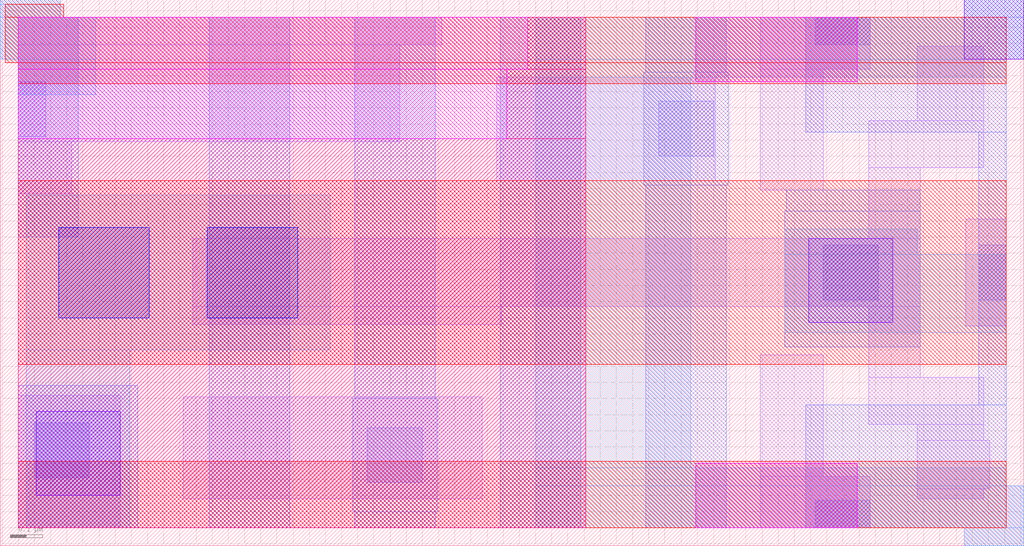
<source format=lef>
# Copyright 2020 The SkyWater PDK Authors
#
# Licensed under the Apache License, Version 2.0 (the "License");
# you may not use this file except in compliance with the License.
# You may obtain a copy of the License at
#
#     https://www.apache.org/licenses/LICENSE-2.0
#
# Unless required by applicable law or agreed to in writing, software
# distributed under the License is distributed on an "AS IS" BASIS,
# WITHOUT WARRANTIES OR CONDITIONS OF ANY KIND, either express or implied.
# See the License for the specific language governing permissions and
# limitations under the License.
#
# SPDX-License-Identifier: Apache-2.0

VERSION 5.7 ;
  NOWIREEXTENSIONATPIN ON ;
  DIVIDERCHAR "/" ;
  BUSBITCHARS "[]" ;
MACRO sky130_fd_bd_sram__sram_dp_swldrv_opt4c
  CLASS BLOCK ;
  FOREIGN sky130_fd_bd_sram__sram_dp_swldrv_opt4c ;
  ORIGIN  0.055000  0.055000 ;
  SIZE  3.165000 BY  1.690000 ;
  OBS
    LAYER li1 ;
      RECT 0.000000 0.000000 0.315000 0.410000 ;
      RECT 0.000000 1.035000 0.165000 1.195000 ;
      RECT 0.000000 1.195000 1.180000 1.495000 ;
      RECT 0.000000 1.495000 1.310000 1.580000 ;
      RECT 0.510000 0.090000 1.435000 0.405000 ;
      RECT 0.540000 0.630000 1.495000 0.685000 ;
      RECT 0.540000 0.685000 2.790000 0.895000 ;
      RECT 1.480000 1.075000 2.155000 1.395000 ;
      RECT 2.295000 0.000000 2.635000 0.160000 ;
      RECT 2.295000 0.160000 2.490000 0.535000 ;
      RECT 2.295000 1.045000 2.490000 1.420000 ;
      RECT 2.295000 1.420000 2.635000 1.580000 ;
      RECT 2.630000 0.320000 2.985000 0.465000 ;
      RECT 2.630000 0.465000 2.790000 0.685000 ;
      RECT 2.630000 0.895000 2.790000 1.115000 ;
      RECT 2.630000 1.115000 2.985000 1.260000 ;
      RECT 2.780000 0.090000 2.985000 0.120000 ;
      RECT 2.780000 0.120000 3.005000 0.270000 ;
      RECT 2.780000 0.270000 2.985000 0.320000 ;
      RECT 2.780000 1.260000 2.985000 1.490000 ;
      RECT 2.930000 0.625000 3.055000 0.955000 ;
    LAYER mcon ;
      RECT 0.000000 1.210000 0.085000 1.380000 ;
      RECT 0.050000 0.155000 0.220000 0.325000 ;
      RECT 1.080000 0.140000 1.250000 0.310000 ;
      RECT 1.980000 1.150000 2.150000 1.320000 ;
      RECT 2.465000 0.000000 2.635000 0.085000 ;
      RECT 2.465000 1.495000 2.635000 1.580000 ;
      RECT 2.490000 0.705000 2.660000 0.875000 ;
      RECT 2.970000 0.705000 3.055000 0.875000 ;
    LAYER met1 ;
      RECT -0.055000  1.450000 0.185000 1.580000 ;
      RECT -0.055000  1.580000 0.130000 1.635000 ;
      RECT  0.000000  0.000000 0.370000 0.440000 ;
      RECT  0.000000  0.900000 0.185000 1.450000 ;
      RECT  0.590000  0.000000 0.840000 1.580000 ;
      RECT  1.035000  0.050000 1.295000 0.400000 ;
      RECT  1.040000  0.000000 1.290000 0.050000 ;
      RECT  1.040000  0.400000 1.290000 1.580000 ;
      RECT  1.490000  0.000000 1.740000 1.580000 ;
      RECT  1.935000  1.060000 2.195000 1.410000 ;
      RECT  1.940000  0.000000 2.190000 1.060000 ;
      RECT  1.940000  1.410000 2.190000 1.580000 ;
      RECT  2.370000  0.560000 2.790000 0.980000 ;
      RECT  2.375000  0.980000 2.790000 1.045000 ;
      RECT  2.435000  0.000000 3.110000 0.130000 ;
      RECT  2.435000  0.130000 3.055000 0.380000 ;
      RECT  2.435000  1.225000 3.055000 1.450000 ;
      RECT  2.435000  1.450000 3.110000 1.580000 ;
      RECT  2.925000 -0.055000 3.110000 0.000000 ;
      RECT  2.925000  1.580000 3.110000 1.635000 ;
      RECT  2.970000  0.380000 3.055000 1.225000 ;
    LAYER met2 ;
      RECT -0.055000  1.450000 0.240000 1.580000 ;
      RECT -0.055000  1.580000 0.140000 1.620000 ;
      RECT -0.055000  1.620000 0.130000 1.635000 ;
      RECT -0.040000  1.440000 0.240000 1.450000 ;
      RECT  0.000000  1.340000 0.240000 1.440000 ;
      RECT  0.025000  0.000000 0.345000 0.550000 ;
      RECT  0.025000  0.550000 0.965000 1.030000 ;
      RECT  1.600000  0.000000 3.110000 0.130000 ;
      RECT  1.600000  0.130000 3.055000 0.185000 ;
      RECT  1.600000  0.185000 2.080000 1.395000 ;
      RECT  1.600000  1.395000 3.055000 1.450000 ;
      RECT  1.600000  1.450000 3.110000 1.580000 ;
      RECT  2.370000  0.605000 3.055000 0.845000 ;
      RECT  2.370000  0.845000 2.780000 0.925000 ;
      RECT  2.925000 -0.055000 3.110000 0.000000 ;
      RECT  2.925000  1.580000 3.110000 1.635000 ;
    LAYER met3 ;
      RECT -0.040000 1.440000 3.055000 1.580000 ;
      RECT -0.040000 1.580000 0.140000 1.620000 ;
      RECT  0.000000 0.000000 3.055000 0.205000 ;
      RECT  0.000000 0.505000 3.055000 1.075000 ;
      RECT  0.000000 1.375000 3.055000 1.440000 ;
    LAYER nwell ;
      RECT 0.000000 0.000000 1.755000 1.205000 ;
    LAYER nwell ;
      RECT 1.510000 1.205000 1.755000 1.420000 ;
    LAYER nwell ;
      RECT 1.575000 1.420000 1.755000 1.580000 ;
    LAYER pwell ;
      RECT 0.000000 1.205000 1.510000 1.420000 ;
    LAYER pwell ;
      RECT 0.000000 1.420000 1.575000 1.580000 ;
    LAYER pwell ;
      RECT 2.095000 0.000000 2.595000 0.200000 ;
    LAYER pwell ;
      RECT 2.095000 1.380000 2.595000 1.580000 ;
    LAYER via ;
      RECT 0.055000 0.100000 0.315000 0.360000 ;
      RECT 2.445000 0.635000 2.705000 0.895000 ;
      RECT 2.925000 1.450000 3.110000 1.635000 ;
    LAYER via2 ;
      RECT 0.125000 0.650000 0.405000 0.930000 ;
      RECT 0.585000 0.650000 0.865000 0.930000 ;
  END
END sky130_fd_bd_sram__sram_dp_swldrv_opt4c
END LIBRARY

</source>
